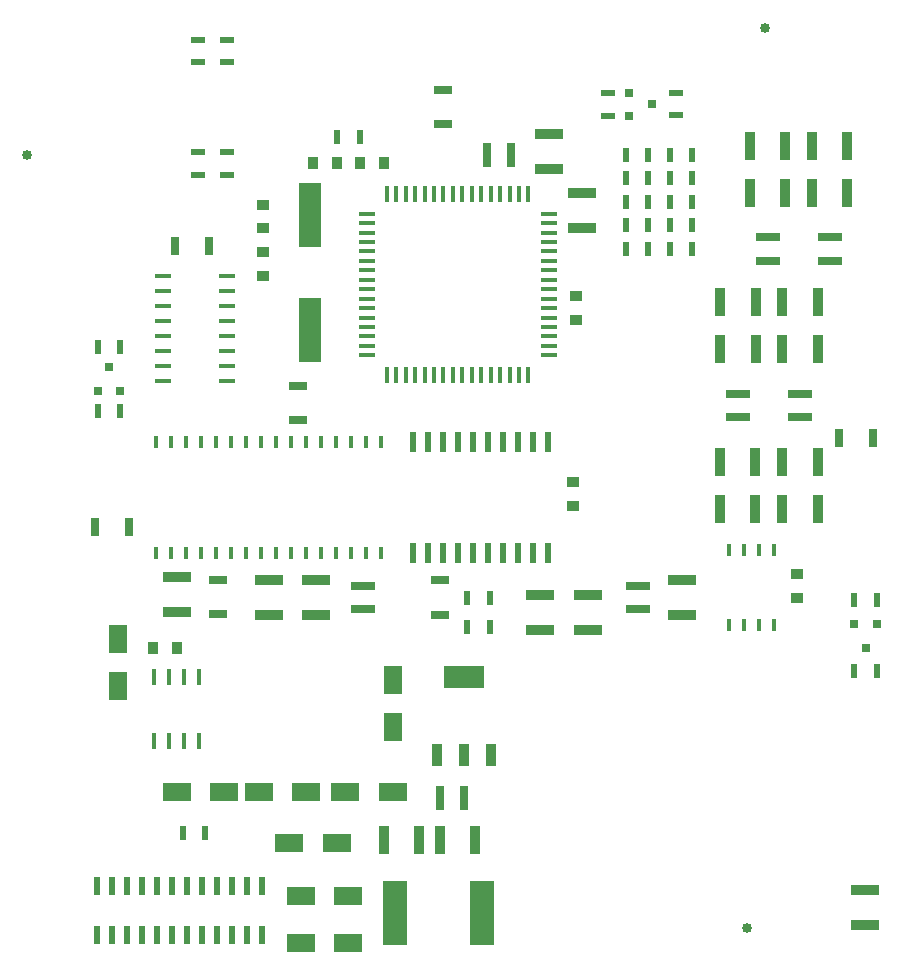
<source format=gtp>
G04 #@! TF.FileFunction,Paste,Top*
%FSLAX46Y46*%
G04 Gerber Fmt 4.6, Leading zero omitted, Abs format (unit mm)*
G04 Created by KiCad (PCBNEW 4.0.7+dfsg1-1~bpo9+1) date Fri Aug 10 12:23:33 2018*
%MOMM*%
%LPD*%
G01*
G04 APERTURE LIST*
%ADD10C,0.100000*%
%ADD11R,1.150000X0.550000*%
%ADD12R,0.307200X1.120000*%
%ADD13R,1.950580X5.450700*%
%ADD14R,0.550000X1.150000*%
%ADD15R,1.100000X0.850000*%
%ADD16R,0.850000X1.100000*%
%ADD17R,0.358000X0.993000*%
%ADD18R,0.850000X2.350000*%
%ADD19R,2.350000X0.850000*%
%ADD20R,3.507600X1.882000*%
%ADD21R,0.866000X1.882000*%
%ADD22R,0.450000X1.400000*%
%ADD23R,0.650100X0.650100*%
%ADD24R,1.350000X0.450000*%
%ADD25R,2.349360X1.650860*%
%ADD26R,1.650860X2.349360*%
%ADD27R,2.150000X5.450000*%
%ADD28R,0.610000X1.650000*%
%ADD29R,1.550000X0.750000*%
%ADD30R,0.750000X1.550000*%
%ADD31R,0.400000X1.350000*%
%ADD32R,1.350000X0.400000*%
%ADD33R,0.612000X1.800000*%
%ADD34R,0.650000X2.050000*%
%ADD35R,2.050000X0.650000*%
%ADD36C,0.850000*%
G04 APERTURE END LIST*
D10*
D11*
X78000000Y-62550000D03*
X78000000Y-64450000D03*
D12*
X75800000Y-106000000D03*
X77070000Y-106000000D03*
X78340000Y-106000000D03*
X79610000Y-106000000D03*
X80880000Y-106000000D03*
X85960000Y-106000000D03*
X87230000Y-106000000D03*
X88500000Y-106000000D03*
X89770000Y-106000000D03*
X91040000Y-106000000D03*
X91040000Y-96602000D03*
X89770000Y-96602000D03*
X88500000Y-96602000D03*
X87230000Y-96602000D03*
X85960000Y-96602000D03*
X80880000Y-96602000D03*
X79610000Y-96602000D03*
X78340000Y-96602000D03*
X77070000Y-96602000D03*
X75800000Y-96602000D03*
X74530000Y-96602000D03*
X73260000Y-96602000D03*
X71990000Y-96602000D03*
X84690000Y-96602000D03*
X83420000Y-96602000D03*
X82150000Y-96602000D03*
X84690000Y-106000000D03*
X83420000Y-106000000D03*
X82150000Y-106000000D03*
X74530000Y-106000000D03*
X73260000Y-106000000D03*
X71990000Y-106000000D03*
D13*
X85000000Y-77401140D03*
X85000000Y-87098860D03*
D14*
X89200000Y-70750000D03*
X87300000Y-70750000D03*
D15*
X107500000Y-86250000D03*
X107500000Y-84250000D03*
D16*
X87250000Y-73000000D03*
X85250000Y-73000000D03*
D15*
X107250000Y-102000000D03*
X107250000Y-100000000D03*
D16*
X89250000Y-73000000D03*
X91250000Y-73000000D03*
D15*
X81000000Y-78500000D03*
X81000000Y-76500000D03*
X81000000Y-80500000D03*
X81000000Y-82500000D03*
D17*
X120440000Y-105750000D03*
X121710000Y-105750000D03*
X122980000Y-105750000D03*
X124250000Y-105750000D03*
X124250000Y-112100000D03*
X122980000Y-112100000D03*
X121710000Y-112100000D03*
X120440000Y-112100000D03*
D18*
X128000000Y-102250000D03*
X125000000Y-102250000D03*
X128000000Y-98250000D03*
X125000000Y-98250000D03*
D19*
X81500000Y-108250000D03*
X81500000Y-111250000D03*
D18*
X128000000Y-84750000D03*
X125000000Y-84750000D03*
D19*
X85500000Y-108250000D03*
X85500000Y-111250000D03*
D18*
X128000000Y-88750000D03*
X125000000Y-88750000D03*
X130500000Y-71500000D03*
X127500000Y-71500000D03*
X130500000Y-75500000D03*
X127500000Y-75500000D03*
X122697226Y-98250000D03*
X119697226Y-98250000D03*
X122697226Y-102239318D03*
X119697226Y-102239318D03*
X122750000Y-84750000D03*
X119750000Y-84750000D03*
X122750000Y-88750000D03*
X119750000Y-88750000D03*
X125250000Y-71500000D03*
X122250000Y-71500000D03*
X125250000Y-75500000D03*
X122250000Y-75500000D03*
X99000000Y-130250000D03*
X96000000Y-130250000D03*
X91250000Y-130250000D03*
X94250000Y-130250000D03*
D19*
X132000000Y-137500000D03*
X132000000Y-134500000D03*
X104500000Y-112500000D03*
X104500000Y-109500000D03*
X108500000Y-112500000D03*
X108500000Y-109500000D03*
D15*
X126250000Y-109750000D03*
X126250000Y-107750000D03*
D16*
X73750000Y-114000000D03*
X71750000Y-114000000D03*
D20*
X98000000Y-116448000D03*
D21*
X98000000Y-123052000D03*
X100286000Y-123052000D03*
X95714000Y-123052000D03*
D14*
X100200000Y-112250000D03*
X98300000Y-112250000D03*
X98300000Y-109750000D03*
X100200000Y-109750000D03*
D22*
X75607876Y-116490452D03*
X74337876Y-116490452D03*
X73067876Y-116490452D03*
X71797876Y-116490452D03*
X71797876Y-121890452D03*
X73067876Y-121890452D03*
X74337876Y-121890452D03*
X75607876Y-121890452D03*
D14*
X76152876Y-129690452D03*
X74252876Y-129690452D03*
D11*
X75500000Y-62550000D03*
X75500000Y-64450000D03*
X75500000Y-73950000D03*
X75500000Y-72050000D03*
D23*
X67050000Y-92250760D03*
X68950000Y-92250760D03*
X68000000Y-90251780D03*
X111999240Y-67050000D03*
X111999240Y-68950000D03*
X113998220Y-68000000D03*
X133000000Y-112000000D03*
X131100000Y-112000000D03*
X132050000Y-113998980D03*
D14*
X117383272Y-72250000D03*
X115483272Y-72250000D03*
X117383272Y-74250000D03*
X115483272Y-74250000D03*
X117383272Y-78250000D03*
X115483272Y-78250000D03*
X117383272Y-80250000D03*
X115483272Y-80250000D03*
X113633272Y-72250000D03*
X111733272Y-72250000D03*
X113633272Y-74250000D03*
X111733272Y-74250000D03*
X113633272Y-78250000D03*
X111733272Y-78250000D03*
X113633272Y-80250000D03*
X111733272Y-80250000D03*
X68950000Y-88500000D03*
X67050000Y-88500000D03*
D11*
X116000000Y-67000000D03*
X116000000Y-68900000D03*
D14*
X133000000Y-116000000D03*
X131100000Y-116000000D03*
X68950000Y-94000000D03*
X67050000Y-94000000D03*
D11*
X110250000Y-68950000D03*
X110250000Y-67050000D03*
D14*
X131100000Y-110000000D03*
X133000000Y-110000000D03*
D11*
X78000000Y-72050000D03*
X78000000Y-73950000D03*
D14*
X117383272Y-76250000D03*
X115483272Y-76250000D03*
X113633272Y-76250000D03*
X111733272Y-76250000D03*
D24*
X77950000Y-91445000D03*
X77950000Y-90175000D03*
X77950000Y-88905000D03*
X77950000Y-87635000D03*
X77950000Y-86365000D03*
X77950000Y-85095000D03*
X77950000Y-83825000D03*
X77950000Y-82555000D03*
X72550000Y-82555000D03*
X72550000Y-83825000D03*
X72550000Y-85095000D03*
X72550000Y-86365000D03*
X72550000Y-87635000D03*
X72550000Y-88905000D03*
X72550000Y-90175000D03*
X72550000Y-91445000D03*
D25*
X91998980Y-126250000D03*
X88001020Y-126250000D03*
X80703896Y-126190452D03*
X84701856Y-126190452D03*
X73703896Y-126190452D03*
X77701856Y-126190452D03*
D26*
X68750000Y-117248980D03*
X68750000Y-113251020D03*
D27*
X99561752Y-136495248D03*
X92161752Y-136495248D03*
D25*
X87247960Y-130500000D03*
X83250000Y-130500000D03*
D19*
X73750000Y-111000000D03*
X73750000Y-108000000D03*
X116500000Y-108250000D03*
X116500000Y-111250000D03*
D26*
X92000000Y-116751020D03*
X92000000Y-120748980D03*
D28*
X67000000Y-138365000D03*
X67000000Y-134165000D03*
X68270000Y-138365000D03*
X68270000Y-134165000D03*
X69540000Y-138365000D03*
X69540000Y-134165000D03*
X70810000Y-138365000D03*
X70810000Y-134165000D03*
X72080000Y-138365000D03*
X72080000Y-134165000D03*
X73350000Y-138365000D03*
X73350000Y-134165000D03*
X74620000Y-138365000D03*
X74620000Y-134165000D03*
X75890000Y-138365000D03*
X75890000Y-134165000D03*
X77160000Y-138365000D03*
X77160000Y-134165000D03*
X78430000Y-138365000D03*
X78430000Y-134165000D03*
X79700000Y-138365000D03*
X79700000Y-134165000D03*
X80970000Y-138365000D03*
X80970000Y-134165000D03*
D25*
X88248980Y-139000000D03*
X84251020Y-139000000D03*
X88248980Y-135000000D03*
X84251020Y-135000000D03*
D29*
X77250000Y-108250000D03*
X77250000Y-111150000D03*
X96000000Y-108300000D03*
X96000000Y-111200000D03*
D30*
X76450000Y-80000000D03*
X73550000Y-80000000D03*
X66800000Y-103750000D03*
X69700000Y-103750000D03*
D29*
X96250000Y-66800000D03*
X96250000Y-69700000D03*
D30*
X132700000Y-96250000D03*
X129800000Y-96250000D03*
D29*
X84000000Y-91800000D03*
X84000000Y-94700000D03*
D31*
X103500000Y-75550000D03*
X102700000Y-75550000D03*
X101900000Y-75550000D03*
X101100000Y-75550000D03*
X100300000Y-75550000D03*
X99500000Y-75550000D03*
X98700000Y-75550000D03*
X97900000Y-75550000D03*
X97100000Y-75550000D03*
X96300000Y-75550000D03*
X95500000Y-75550000D03*
X94700000Y-75550000D03*
X93900000Y-75550000D03*
X93100000Y-75550000D03*
X92300000Y-75550000D03*
X91500000Y-75550000D03*
D32*
X89800000Y-77250000D03*
X89800000Y-78050000D03*
X89800000Y-78850000D03*
X89800000Y-79650000D03*
X89800000Y-80450000D03*
X89800000Y-81250000D03*
X89800000Y-82050000D03*
X89800000Y-82850000D03*
X89800000Y-83650000D03*
X89800000Y-84450000D03*
X89800000Y-85250000D03*
X89800000Y-86050000D03*
X89800000Y-86850000D03*
X89800000Y-87650000D03*
X89800000Y-88450000D03*
X89800000Y-89250000D03*
D31*
X91500000Y-90950000D03*
X92300000Y-90950000D03*
X93100000Y-90950000D03*
X93900000Y-90950000D03*
X94700000Y-90950000D03*
X95500000Y-90950000D03*
X96300000Y-90950000D03*
X97100000Y-90950000D03*
X97900000Y-90950000D03*
X98700000Y-90950000D03*
X99500000Y-90950000D03*
X100300000Y-90950000D03*
X101100000Y-90950000D03*
X101900000Y-90950000D03*
X102700000Y-90950000D03*
X103500000Y-90950000D03*
D32*
X105200000Y-89250000D03*
X105200000Y-88450000D03*
X105200000Y-87650000D03*
X105200000Y-86850000D03*
X105200000Y-86050000D03*
X105200000Y-85250000D03*
X105200000Y-84450000D03*
X105200000Y-83650000D03*
X105200000Y-82850000D03*
X105200000Y-82050000D03*
X105200000Y-81250000D03*
X105200000Y-80450000D03*
X105200000Y-79650000D03*
X105200000Y-78850000D03*
X105200000Y-78050000D03*
X105200000Y-77250000D03*
D19*
X105250000Y-73500000D03*
X105250000Y-70500000D03*
X108000000Y-78500000D03*
X108000000Y-75500000D03*
D33*
X105140000Y-96600000D03*
X103870000Y-96600000D03*
X102600000Y-96600000D03*
X101330000Y-96600000D03*
X100060000Y-96600000D03*
X98790000Y-96600000D03*
X97520000Y-96600000D03*
X96250000Y-96600000D03*
X94980000Y-96600000D03*
X93710000Y-96600000D03*
X93710000Y-106000000D03*
X94980000Y-106000000D03*
X96250000Y-106000000D03*
X97520000Y-106000000D03*
X98790000Y-106000000D03*
X100060000Y-106000000D03*
X101330000Y-106000000D03*
X102600000Y-106000000D03*
X103870000Y-106000000D03*
X105140000Y-106000000D03*
D34*
X100000000Y-72250000D03*
X102000000Y-72250000D03*
D35*
X89500000Y-108750000D03*
X89500000Y-110750000D03*
D34*
X96000000Y-126750000D03*
X98000000Y-126750000D03*
D35*
X126500000Y-94500000D03*
X126500000Y-92500000D03*
X129000000Y-81250000D03*
X129000000Y-79250000D03*
X112750000Y-110750000D03*
X112750000Y-108750000D03*
X121250000Y-92500000D03*
X121250000Y-94500000D03*
X123750000Y-79250000D03*
X123750000Y-81250000D03*
D36*
X61000000Y-72250000D03*
X123500000Y-61500000D03*
X122000000Y-137750000D03*
M02*

</source>
